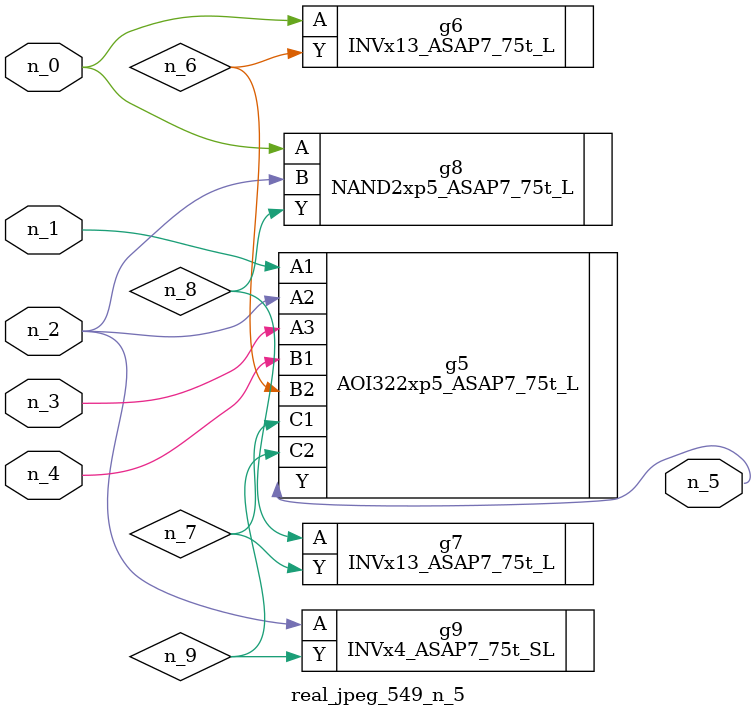
<source format=v>
module real_jpeg_549_n_5 (n_4, n_0, n_1, n_2, n_3, n_5);

input n_4;
input n_0;
input n_1;
input n_2;
input n_3;

output n_5;

wire n_8;
wire n_6;
wire n_7;
wire n_9;

INVx13_ASAP7_75t_L g6 ( 
.A(n_0),
.Y(n_6)
);

NAND2xp5_ASAP7_75t_L g8 ( 
.A(n_0),
.B(n_2),
.Y(n_8)
);

AOI322xp5_ASAP7_75t_L g5 ( 
.A1(n_1),
.A2(n_2),
.A3(n_3),
.B1(n_4),
.B2(n_6),
.C1(n_7),
.C2(n_9),
.Y(n_5)
);

INVx4_ASAP7_75t_SL g9 ( 
.A(n_2),
.Y(n_9)
);

INVx13_ASAP7_75t_L g7 ( 
.A(n_8),
.Y(n_7)
);


endmodule
</source>
